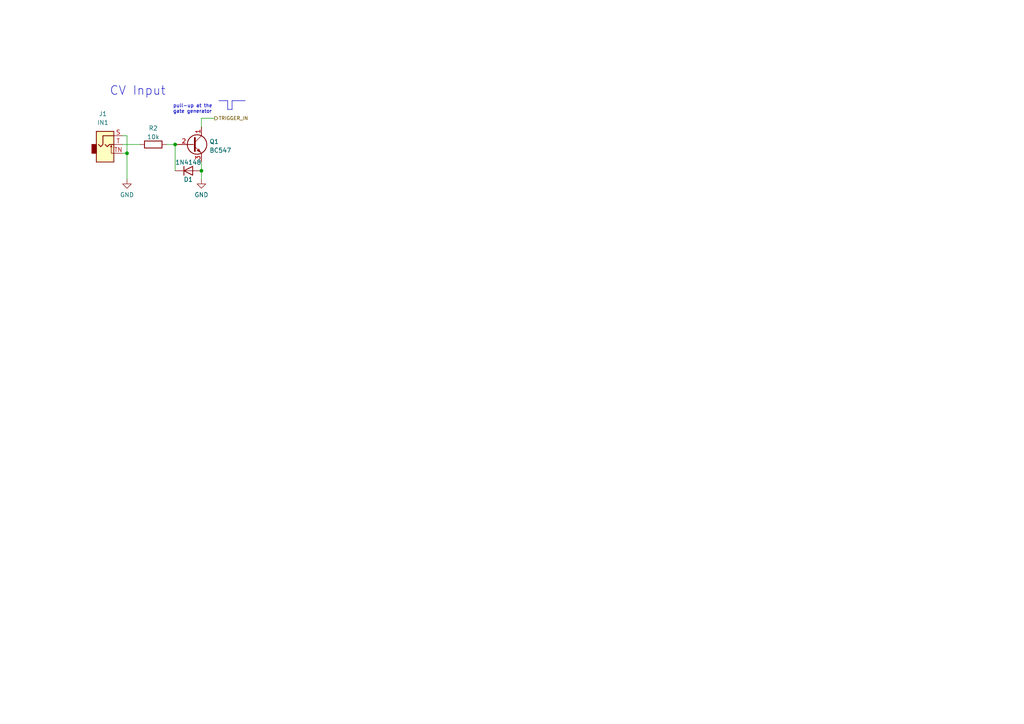
<source format=kicad_sch>
(kicad_sch (version 20230121) (generator eeschema)
  (paper "A4")
  (title_block (title "Manual Gate/Trigger Source") (rev "1") (company "moPsy"))
  (lib_symbols
    (symbol "Connector:AudioJack2_Ground_SwitchT"
      (property "Reference" "J?" (at -0.635 8.89 0))
      (property "Value" "IN1" (at -0.635 6.35 0))
      (symbol "AudioJack2_Ground_SwitchT_0_1"
        (rectangle (start -2.54 0) (end -3.81 -2.54) (stroke (width 0.254)) (fill (type outline)))
        (polyline (pts (xy 1.778 -0.254) (xy 2.032 -0.762)))
        (polyline (pts (xy 0 0) (xy 0.635 -0.635) (xy 1.27 0) (xy 2.54 0)) (stroke (width 0.254)))
        (polyline (pts (xy 2.54 -2.54) (xy 1.778 -2.54) (xy 1.778 -0.254) (xy 1.524 -0.762)))
        (polyline (pts (xy 2.54 2.54) (xy -0.635 2.54) (xy -0.635 0) (xy -1.27 -0.635) (xy -1.905 0)) (stroke (width 0.254)))
        (rectangle (start 2.54 3.81) (end -2.54 -5.08) (stroke (width 0.254)) (fill (type background)))
      )
      (symbol "AudioJack2_Ground_SwitchT_1_1"
        (pin passive line (at 5.08 2.54 180) (length 2.54) (name "~") (number "S"))
        (pin passive line (at 5.08 0 180) (length 2.54) (name "~") (number "T"))
        (pin passive line (at 5.08 -2.54 180) (length 2.54) (name "~") (number "TN"))
      )
    )
    (symbol "Device:R" (pin_numbers hide) (pin_names (offset 0))
      (property "Reference" "R" (at 2.032 0 90))
      (property "Value" "R" (at 0 0 90))
      (symbol "R_0_1"
        (rectangle (start -1.016 -2.54) (end 1.016 2.54) (stroke (width 0.254)))
      )
      (symbol "R_1_1"
        (pin passive line (at 0 3.81 270) (length 1.27) (name "~") (number "1"))
        (pin passive line (at 0 -3.81 90) (length 1.27) (name "~") (number "2"))
      )
    )
    (symbol "Diode:1N4148" (pin_numbers hide) (pin_names hide)
      (property "Reference" "D" (at 0 2.54 0))
      (property "Value" "1N4148" (at 0 -2.54 0))
      (symbol "1N4148_0_1"
        (polyline (pts (xy -1.27 1.27) (xy -1.27 -1.27)) (stroke (width 0.254)))
        (polyline (pts (xy 1.27 0) (xy -1.27 0)))
        (polyline (pts (xy 1.27 1.27) (xy 1.27 -1.27) (xy -1.27 0) (xy 1.27 1.27)) (stroke (width 0.254)))
      )
      (symbol "1N4148_1_1"
        (pin passive line (at -3.81 0 0) (length 2.54) (name "K") (number "1"))
        (pin passive line (at 3.81 0 180) (length 2.54) (name "A") (number "2"))
      )
    )
    (symbol "Transistor_BJT:BC547" (pin_names (offset 0) hide)
      (property "Reference" "Q" (at 5.08 1.905 0))
      (property "Value" "BC547" (at 5.08 0 0))
      (symbol "BC547_0_1"
        (polyline (pts (xy 0 0) (xy 0.635 0)))
        (polyline (pts (xy 0.635 0.635) (xy 2.54 2.54)))
        (polyline (pts (xy 0.635 -0.635) (xy 2.54 -2.54) (xy 2.54 -2.54)))
        (polyline (pts (xy 0.635 1.905) (xy 0.635 -1.905) (xy 0.635 -1.905)) (stroke (width 0.508)))
        (polyline (pts (xy 1.27 -1.778) (xy 1.778 -1.27) (xy 2.286 -2.286) (xy 1.27 -1.778) (xy 1.27 -1.778)) (fill (type outline)))
        (circle (center 1.27 0) (radius 2.8194) (stroke (width 0.254)))
      )
      (symbol "BC547_1_1"
        (pin passive line (at 2.54 5.08 270) (length 2.54) (name "C") (number "1"))
        (pin input line (at -5.08 0 0) (length 5.08) (name "B") (number "2"))
        (pin passive line (at 2.54 -5.08 90) (length 2.54) (name "E") (number "3"))
      )
    )
    (symbol "power:GND" (power) (pin_names (offset 0))
      (property "Value" "GND" (at 0 -3.81 0))
      (symbol "GND_0_1"
        (polyline (pts (xy 0 0) (xy 0 -1.27) (xy 1.27 -1.27) (xy 0 -2.54) (xy -1.27 -1.27) (xy 0 -1.27)))
      )
      (symbol "GND_1_1"
        (pin power_in line (at 0 0 270) (length 0) hide (name "GND") (number "1"))
      )
    )
  )
  (junction (at 36.83 44.45))
  (junction (at 58.42 49.53))
  (junction (at 50.8 41.91))
  (wire (pts (xy 58.42 34.29) (xy 58.42 36.83)))
  (wire (pts (xy 48.26 41.91) (xy 50.8 41.91)))
  (polyline (pts (xy 67.31 29.21) (xy 71.12 29.21)) (stroke (width 0) (type solid)))
  (wire (pts (xy 58.42 34.29) (xy 62.23 34.29)))
  (polyline (pts (xy 66.04 29.21) (xy 66.04 31.75)) (stroke (width 0) (type solid)))
  (polyline (pts (xy 63.5 29.21) (xy 66.04 29.21)) (stroke (width 0) (type solid)))
  (polyline (pts (xy 67.31 31.75) (xy 67.31 29.21)) (stroke (width 0) (type solid)))
  (wire (pts (xy 35.56 44.45) (xy 36.83 44.45)))
  (wire (pts (xy 50.8 41.91) (xy 50.8 49.53)))
  (wire (pts (xy 36.83 39.37) (xy 36.83 44.45)))
  (wire (pts (xy 35.56 39.37) (xy 36.83 39.37)))
  (polyline (pts (xy 66.04 31.75) (xy 67.31 31.75)) (stroke (width 0) (type solid)))
  (wire (pts (xy 36.83 44.45) (xy 36.83 52.07)))
  (wire (pts (xy 58.42 49.53) (xy 58.42 52.07)))
  (wire (pts (xy 35.56 41.91) (xy 40.64 41.91)))
  (wire (pts (xy 58.42 46.99) (xy 58.42 49.53)))
  (text "CV Input" (at 31.75 27.94 0) (effects (font (size 2.54 2.54)) (justify left bottom)))
  (text "pull-up at the\ngate generator" (at 50.165 33.02 0) (effects (font (size 1 1)) (justify left bottom)))
  (hierarchical_label "TRIGGER_IN" (shape output) (at 62.23 34.29 0) (effects (font (size 1 1))))
  (symbol (lib_id "power:GND") (at 58.42 52.07 0) (unit 1)
    (property "Reference" "#PWR04" (effects hide))
    (property "Value" "GND" (at 58.42 56.5134 0))
  )
  (symbol (lib_id "Device:R") (at 44.45 41.91 90) (unit 1)
    (property "Reference" "R2" (at 44.45 37.1942 90))
    (property "Value" "10k" (at 44.45 39.7311 90))
  )
  (symbol (lib_id "Connector:AudioJack2_Ground_SwitchT") (at 30.48 41.91 0) (unit 1)
    (property "Reference" "J1" (at 29.845 33.02 0))
    (property "Value" "IN1" (at 29.845 35.56 0))
    (property "Footprint" "Connector_Audio:Jack_3.5mm_QingPu_WQP-PJ398SM_Vertical_CircularHoles" (effects hide))
  )
  (symbol (lib_id "Diode:1N4148") (at 54.61 49.53 0) (unit 1)
    (property "Reference" "D1" (at 54.61 52.07 0))
    (property "Value" "1N4148" (at 54.61 47.0971 0))
    (property "Footprint" "Diode_THT:D_DO-35_SOD27_P7.62mm_Horizontal" (effects hide))
    (property "Datasheet" "https://assets.nexperia.com/documents/data-sheet/1N4148_1N4448.pdf" (effects hide))
  )
  (symbol (lib_id "Transistor_BJT:BC547") (at 55.88 41.91 0) (unit 1)
    (property "Reference" "Q1" (at 60.7314 41.0753 0) (effects (justify left)))
    (property "Value" "BC547" (at 60.7314 43.6122 0) (effects (justify left)))
    (property "Footprint" "Package_TO_SOT_THT:TO-92_Inline" (effects hide))
    (property "Datasheet" "https://www.onsemi.com/pub/Collateral/BC550-D.pdf" (effects hide))
  )
  (symbol (lib_id "power:GND") (at 36.83 52.07 0) (unit 1)
    (property "Reference" "#PWR03" (effects hide))
    (property "Value" "GND" (at 36.83 56.5134 0))
  )
)
</source>
